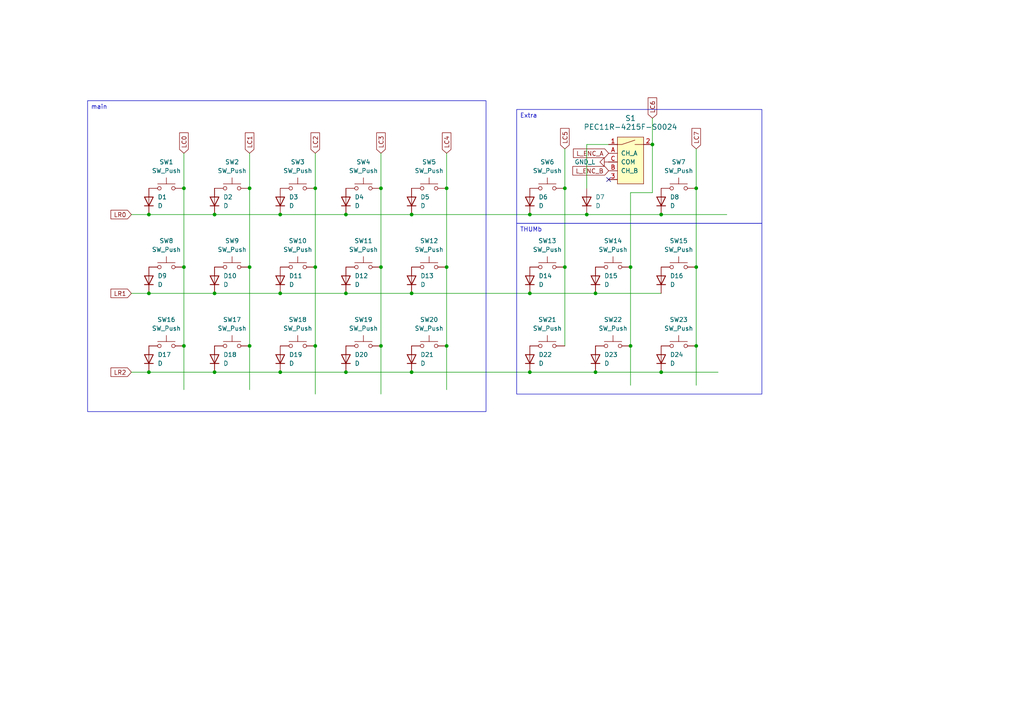
<source format=kicad_sch>
(kicad_sch (version 20231120) (generator "eeschema") (generator_version "8.0")
  (paper "A4")
  (lib_symbols
    (symbol "Device:D" (pin_numbers hide) (pin_names (offset 1.016) hide)
      (property "Reference" "D" (at 0 2.54 0))
      (property "Value" "D" (at 0 -2.54 0))
      (symbol "D_0_1"
        (polyline (pts (xy -1.27 1.27) (xy -1.27 -1.27)) (stroke (width 0.254)))
        (polyline (pts (xy 1.27 0) (xy -1.27 0)))
        (polyline (pts (xy 1.27 1.27) (xy 1.27 -1.27) (xy -1.27 0) (xy 1.27 1.27)) (stroke (width 0.254)))
      )
      (symbol "D_1_1"
        (pin passive line (at -3.81 0 0) (length 2.54) (name "K") (number "1"))
        (pin passive line (at 3.81 0 180) (length 2.54) (name "A") (number "2"))
      )
    )
    (symbol "Switch:SW_Push" (pin_numbers hide) (pin_names (offset 1.016) hide)
      (property "Reference" "SW" (at 1.27 2.54 0))
      (property "Value" "SW_Push" (at 0 -1.524 0))
      (symbol "SW_Push_0_1"
        (circle (center -2.032 0) (radius 0.508))
        (polyline (pts (xy 0 1.27) (xy 0 3.048)))
        (polyline (pts (xy 2.54 1.27) (xy -2.54 1.27)))
        (circle (center 2.032 0) (radius 0.508))
        (pin passive line (at -5.08 0 0) (length 2.54) (name "1") (number "1"))
        (pin passive line (at 5.08 0 180) (length 2.54) (name "2") (number "2"))
      )
    )
    (symbol "dk_Encoders:PEC11R-4215F-S0024" (pin_names (offset 1.016))
      (property "Reference" "S" (at -1.27 5.715 0))
      (property "Value" "PEC11R-4215F-S0024" (at -1.27 -9.906 0))
      (symbol "PEC11R-4215F-S0024_0_1"
        (rectangle (start -5.08 4.699) (end 2.54 -8.89) (fill (type background)))
        (polyline (pts (xy 0 2.54) (xy 2.54 2.54)))
        (polyline (pts (xy -5.08 2.54) (xy -3.81 2.54) (xy 0 3.81)))
      )
      (symbol "PEC11R-4215F-S0024_1_1"
        (pin bidirectional line (at -7.62 2.54 0) (length 2.54) (name "~") (number "1"))
        (pin bidirectional line (at 5.08 2.54 180) (length 2.54) (name "~") (number "2"))
        (pin unspecified line (at -7.62 -7.62 0) (length 2.54) (name "~") (number "3"))
        (pin bidirectional line (at -7.62 0 0) (length 2.54) (name "CH_A") (number "A"))
        (pin bidirectional line (at -7.62 -5.08 0) (length 2.54) (name "CH_B") (number "B"))
        (pin input line (at -7.62 -2.54 0) (length 2.54) (name "COM") (number "C"))
      )
    )
    (symbol "power:GND" (power) (pin_numbers hide) (pin_names (offset 0) hide)
      (property "Value" "GND" (at 0 -3.81 0))
      (symbol "GND_0_1"
        (polyline (pts (xy 0 0) (xy 0 -1.27) (xy 1.27 -1.27) (xy 0 -2.54) (xy -1.27 -1.27) (xy 0 -1.27)))
      )
      (symbol "GND_1_1"
        (pin power_in line (at 0 0 270) (length 0) (name "~") (number "1"))
      )
    )
  )
  (junction (at 129.54 54.61))
  (junction (at 129.54 77.47))
  (junction (at 81.28 107.95))
  (junction (at 110.49 100.33))
  (junction (at 100.33 85.09))
  (junction (at 119.38 62.23))
  (junction (at 91.44 77.47))
  (junction (at 189.23 41.91))
  (junction (at 182.88 77.47))
  (junction (at 91.44 100.33))
  (junction (at 191.77 107.95))
  (junction (at 201.93 77.47))
  (junction (at 72.39 54.61))
  (junction (at 72.39 77.47))
  (junction (at 43.18 107.95))
  (junction (at 170.18 62.23))
  (junction (at 201.93 54.61))
  (junction (at 43.18 62.23))
  (junction (at 153.67 85.09))
  (junction (at 100.33 62.23))
  (junction (at 62.23 62.23))
  (junction (at 62.23 85.09))
  (junction (at 53.34 100.33))
  (junction (at 43.18 85.09))
  (junction (at 81.28 85.09))
  (junction (at 100.33 107.95))
  (junction (at 53.34 77.47))
  (junction (at 163.83 77.47))
  (junction (at 53.34 54.61))
  (junction (at 172.72 85.09))
  (junction (at 129.54 100.33))
  (junction (at 119.38 107.95))
  (junction (at 62.23 107.95))
  (junction (at 191.77 62.23))
  (junction (at 182.88 100.33))
  (junction (at 153.67 107.95))
  (junction (at 119.38 85.09))
  (junction (at 72.39 100.33))
  (junction (at 110.49 77.47))
  (junction (at 91.44 54.61))
  (junction (at 163.83 54.61))
  (junction (at 110.49 54.61))
  (junction (at 81.28 62.23))
  (junction (at 172.72 107.95))
  (junction (at 153.67 62.23))
  (junction (at 201.93 100.33))
  (no_connect (at 176.53 52.07))
  (wire (pts (xy 72.39 54.61) (xy 72.39 77.47)))
  (wire (pts (xy 100.33 107.95) (xy 119.38 107.95)))
  (wire (pts (xy 119.38 62.23) (xy 153.67 62.23)))
  (wire (pts (xy 100.33 62.23) (xy 119.38 62.23)))
  (wire (pts (xy 100.33 85.09) (xy 119.38 85.09)))
  (wire (pts (xy 182.88 77.47) (xy 182.88 100.33)))
  (wire (pts (xy 91.44 77.47) (xy 91.44 100.33)))
  (wire (pts (xy 153.67 85.09) (xy 172.72 85.09)))
  (wire (pts (xy 43.18 62.23) (xy 62.23 62.23)))
  (wire (pts (xy 191.77 62.23) (xy 210.82 62.23)))
  (wire (pts (xy 110.49 100.33) (xy 110.49 114.3)))
  (wire (pts (xy 201.93 54.61) (xy 201.93 77.47)))
  (wire (pts (xy 189.23 41.91) (xy 189.23 55.88)))
  (wire (pts (xy 38.1 107.95) (xy 43.18 107.95)))
  (wire (pts (xy 62.23 107.95) (xy 81.28 107.95)))
  (wire (pts (xy 72.39 100.33) (xy 72.39 113.03)))
  (wire (pts (xy 72.39 44.45) (xy 72.39 54.61)))
  (wire (pts (xy 163.83 77.47) (xy 163.83 100.33)))
  (wire (pts (xy 81.28 62.23) (xy 100.33 62.23)))
  (wire (pts (xy 189.23 34.29) (xy 189.23 41.91)))
  (wire (pts (xy 110.49 44.45) (xy 110.49 54.61)))
  (wire (pts (xy 91.44 100.33) (xy 91.44 114.3)))
  (wire (pts (xy 163.83 54.61) (xy 163.83 77.47)))
  (wire (pts (xy 201.93 100.33) (xy 201.93 111.76)))
  (wire (pts (xy 129.54 100.33) (xy 129.54 113.03)))
  (wire (pts (xy 43.18 85.09) (xy 62.23 85.09)))
  (wire (pts (xy 201.93 43.18) (xy 201.93 54.61)))
  (wire (pts (xy 91.44 54.61) (xy 91.44 77.47)))
  (wire (pts (xy 62.23 85.09) (xy 81.28 85.09)))
  (wire (pts (xy 182.88 100.33) (xy 182.88 111.76)))
  (wire (pts (xy 81.28 85.09) (xy 100.33 85.09)))
  (wire (pts (xy 110.49 54.61) (xy 110.49 77.47)))
  (wire (pts (xy 153.67 62.23) (xy 170.18 62.23)))
  (wire (pts (xy 91.44 44.45) (xy 91.44 54.61)))
  (wire (pts (xy 129.54 54.61) (xy 129.54 77.47)))
  (wire (pts (xy 182.88 55.88) (xy 182.88 77.47)))
  (wire (pts (xy 191.77 107.95) (xy 208.28 107.95)))
  (wire (pts (xy 170.18 41.91) (xy 170.18 54.61)))
  (wire (pts (xy 53.34 100.33) (xy 53.34 113.03)))
  (wire (pts (xy 163.83 43.18) (xy 163.83 54.61)))
  (wire (pts (xy 110.49 77.47) (xy 110.49 100.33)))
  (wire (pts (xy 129.54 44.45) (xy 129.54 54.61)))
  (wire (pts (xy 119.38 107.95) (xy 153.67 107.95)))
  (wire (pts (xy 176.53 41.91) (xy 170.18 41.91)))
  (wire (pts (xy 119.38 85.09) (xy 153.67 85.09)))
  (wire (pts (xy 72.39 77.47) (xy 72.39 100.33)))
  (wire (pts (xy 38.1 85.09) (xy 43.18 85.09)))
  (wire (pts (xy 43.18 107.95) (xy 62.23 107.95)))
  (wire (pts (xy 38.1 62.23) (xy 43.18 62.23)))
  (wire (pts (xy 53.34 54.61) (xy 53.34 77.47)))
  (wire (pts (xy 81.28 107.95) (xy 100.33 107.95)))
  (wire (pts (xy 170.18 62.23) (xy 191.77 62.23)))
  (wire (pts (xy 172.72 107.95) (xy 191.77 107.95)))
  (wire (pts (xy 153.67 107.95) (xy 172.72 107.95)))
  (wire (pts (xy 129.54 77.47) (xy 129.54 100.33)))
  (wire (pts (xy 53.34 44.45) (xy 53.34 54.61)))
  (wire (pts (xy 201.93 77.47) (xy 201.93 100.33)))
  (wire (pts (xy 189.23 55.88) (xy 182.88 55.88)))
  (wire (pts (xy 62.23 62.23) (xy 81.28 62.23)))
  (wire (pts (xy 172.72 85.09) (xy 191.77 85.09)))
  (wire (pts (xy 53.34 77.47) (xy 53.34 100.33)))
  (text_box "THUMb" (at 149.86 64.77 0) (size 71.12 49.53) (effects (font (size 1.27 1.27)) (justify left top)))
  (text_box "main" (at 25.4 29.21 0) (size 115.57 90.17) (effects (font (size 1.27 1.27)) (justify left top)))
  (text_box "Extra" (at 149.86 31.75 0) (size 71.12 33.02) (effects (font (size 1.27 1.27)) (justify left top)))
  (global_label "LR2" (shape input) (at 38.1 107.95 180) (property "Intersheetrefs" "${INTERSHEET_REFS}" (effects (hide yes))))
  (global_label "L_ENC_A" (shape input) (at 176.53 44.45 180) (property "Intersheetrefs" "${INTERSHEET_REFS}" (effects (hide yes))))
  (global_label "LC6" (shape input) (at 189.23 34.29 90) (property "Intersheetrefs" "${INTERSHEET_REFS}" (effects (hide yes))))
  (global_label "LC5" (shape input) (at 163.83 43.18 90) (property "Intersheetrefs" "${INTERSHEET_REFS}" (effects (hide yes))))
  (global_label "LC7" (shape input) (at 201.93 43.18 90) (property "Intersheetrefs" "${INTERSHEET_REFS}" (effects (hide yes))))
  (global_label "L_ENC_B" (shape input) (at 176.53 49.53 180) (property "Intersheetrefs" "${INTERSHEET_REFS}" (effects (hide yes))))
  (global_label "LR0" (shape input) (at 38.1 62.23 180) (property "Intersheetrefs" "${INTERSHEET_REFS}" (effects (hide yes))))
  (global_label "LC2" (shape input) (at 91.44 44.45 90) (property "Intersheetrefs" "${INTERSHEET_REFS}" (effects (hide yes))))
  (global_label "LC4" (shape input) (at 129.54 44.45 90) (property "Intersheetrefs" "${INTERSHEET_REFS}" (effects (hide yes))))
  (global_label "LR1" (shape input) (at 38.1 85.09 180) (property "Intersheetrefs" "${INTERSHEET_REFS}" (effects (hide yes))))
  (global_label "LC3" (shape input) (at 110.49 44.45 90) (property "Intersheetrefs" "${INTERSHEET_REFS}" (effects (hide yes))))
  (global_label "LC0" (shape input) (at 53.34 44.45 90) (property "Intersheetrefs" "${INTERSHEET_REFS}" (effects (hide yes))))
  (global_label "LC1" (shape input) (at 72.39 44.45 90) (property "Intersheetrefs" "${INTERSHEET_REFS}" (effects (hide yes))))
  (symbol (lib_id "Switch:SW_Push") (at 124.46 77.47 0) (unit 1)
    (property "Reference" "SW12" (at 124.46 69.85 0))
    (property "Value" "SW_Push" (at 124.46 72.39 0))
    (property "Footprint" "PCM_Switch_Keyboard_Hotswap_Kailh:SW_Hotswap_Kailh_Choc_V1V2_1.00u" (effects (hide yes)))
    (property "Description" "Push button switch, generic, two pins" (effects (hide yes)))
  )
  (symbol (lib_id "Switch:SW_Push") (at 48.26 100.33 0) (unit 1)
    (property "Reference" "SW16" (at 48.26 92.71 0))
    (property "Value" "SW_Push" (at 48.26 95.25 0))
    (property "Footprint" "PCM_Switch_Keyboard_Hotswap_Kailh:SW_Hotswap_Kailh_Choc_V1V2_1.00u" (effects (hide yes)))
    (property "Description" "Push button switch, generic, two pins" (effects (hide yes)))
  )
  (symbol (lib_id "Device:D") (at 100.33 81.28 90) (unit 1)
    (property "Reference" "D12" (at 102.87 80.0099 90) (effects (justify right)))
    (property "Value" "D" (at 102.87 82.5499 90) (effects (justify right)))
    (property "Footprint" "Diode_SMD:D_SOD-123" (effects (hide yes)))
    (property "Description" "Diode" (effects (hide yes)))
    (property "Sim.Device" "D" (effects (hide yes)))
    (property "Sim.Pins" "1=K 2=A" (effects (hide yes)))
  )
  (symbol (lib_id "Switch:SW_Push") (at 196.85 54.61 0) (unit 1)
    (property "Reference" "SW7" (at 196.85 46.99 0))
    (property "Value" "SW_Push" (at 196.85 49.53 0))
    (property "Footprint" "Button_Switch_THT:SW_SPST_Omron_B3F-40xx" (effects (hide yes)))
    (property "Description" "Push button switch, generic, two pins" (effects (hide yes)))
  )
  (symbol (lib_id "dk_Encoders:PEC11R-4215F-S0024") (at 184.15 44.45 0) (unit 1)
    (property "Reference" "S1" (at 182.88 34.29 0) (effects (font (size 1.524 1.524))))
    (property "Value" "PEC11R-4215F-S0024" (at 182.88 36.83 0) (effects (font (size 1.524 1.524))))
    (property "Footprint" "digikey-footprints:Rotary_Encoder_Switched_PEC11R" (effects (hide yes)))
    (property "Datasheet" "https://www.bourns.com/docs/Product-Datasheets/PEC11R.pdf" (effects (hide yes)))
    (property "Description" "ROTARY ENCODER MECHANICAL 24PPR" (effects (hide yes)))
    (property "Digi-Key_PN" "PEC11R-4215F-S0024-ND" (effects (hide yes)))
    (property "MPN" "PEC11R-4215F-S0024" (effects (hide yes)))
    (property "Category" "Sensors, Transducers" (effects (hide yes)))
    (property "Family" "Encoders" (effects (hide yes)))
    (property "DK_Datasheet_Link" "https://www.bourns.com/docs/Product-Datasheets/PEC11R.pdf" (effects (hide yes)))
    (property "DK_Detail_Page" "/product-detail/en/bourns-inc/PEC11R-4215F-S0024/PEC11R-4215F-S0024-ND/4499665" (effects (hide yes)))
    (property "Description_1" "ROTARY ENCODER MECHANICAL 24PPR" (effects (hide yes)))
    (property "Manufacturer" "Bourns Inc." (effects (hide yes)))
    (property "Status" "Active" (effects (hide yes)))
  )
  (symbol (lib_id "Device:D") (at 119.38 81.28 90) (unit 1)
    (property "Reference" "D13" (at 121.92 80.0099 90) (effects (justify right)))
    (property "Value" "D" (at 121.92 82.5499 90) (effects (justify right)))
    (property "Footprint" "Diode_SMD:D_SOD-123" (effects (hide yes)))
    (property "Description" "Diode" (effects (hide yes)))
    (property "Sim.Device" "D" (effects (hide yes)))
    (property "Sim.Pins" "1=K 2=A" (effects (hide yes)))
  )
  (symbol (lib_id "Switch:SW_Push") (at 67.31 77.47 0) (unit 1)
    (property "Reference" "SW9" (at 67.31 69.85 0))
    (property "Value" "SW_Push" (at 67.31 72.39 0))
    (property "Footprint" "PCM_Switch_Keyboard_Hotswap_Kailh:SW_Hotswap_Kailh_Choc_V1V2_1.00u" (effects (hide yes)))
    (property "Description" "Push button switch, generic, two pins" (effects (hide yes)))
  )
  (symbol (lib_id "Device:D") (at 191.77 104.14 90) (unit 1)
    (property "Reference" "D24" (at 194.31 102.8699 90) (effects (justify right)))
    (property "Value" "D" (at 194.31 105.4099 90) (effects (justify right)))
    (property "Footprint" "Diode_SMD:D_SOD-123" (effects (hide yes)))
    (property "Description" "Diode" (effects (hide yes)))
    (property "Sim.Device" "D" (effects (hide yes)))
    (property "Sim.Pins" "1=K 2=A" (effects (hide yes)))
  )
  (symbol (lib_id "Device:D") (at 172.72 104.14 90) (unit 1)
    (property "Reference" "D23" (at 175.26 102.8699 90) (effects (justify right)))
    (property "Value" "D" (at 175.26 105.4099 90) (effects (justify right)))
    (property "Footprint" "Diode_SMD:D_SOD-123" (effects (hide yes)))
    (property "Description" "Diode" (effects (hide yes)))
    (property "Sim.Device" "D" (effects (hide yes)))
    (property "Sim.Pins" "1=K 2=A" (effects (hide yes)))
  )
  (symbol (lib_id "Switch:SW_Push") (at 86.36 77.47 0) (unit 1)
    (property "Reference" "SW10" (at 86.36 69.85 0))
    (property "Value" "SW_Push" (at 86.36 72.39 0))
    (property "Footprint" "PCM_Switch_Keyboard_Hotswap_Kailh:SW_Hotswap_Kailh_Choc_V1V2_1.00u" (effects (hide yes)))
    (property "Description" "Push button switch, generic, two pins" (effects (hide yes)))
  )
  (symbol (lib_id "Device:D") (at 100.33 58.42 90) (unit 1)
    (property "Reference" "D4" (at 102.87 57.1499 90) (effects (justify right)))
    (property "Value" "D" (at 102.87 59.6899 90) (effects (justify right)))
    (property "Footprint" "Diode_SMD:D_SOD-123" (effects (hide yes)))
    (property "Description" "Diode" (effects (hide yes)))
    (property "Sim.Device" "D" (effects (hide yes)))
    (property "Sim.Pins" "1=K 2=A" (effects (hide yes)))
  )
  (symbol (lib_id "Device:D") (at 62.23 58.42 90) (unit 1)
    (property "Reference" "D2" (at 64.77 57.1499 90) (effects (justify right)))
    (property "Value" "D" (at 64.77 59.6899 90) (effects (justify right)))
    (property "Footprint" "Diode_SMD:D_SOD-123" (effects (hide yes)))
    (property "Description" "Diode" (effects (hide yes)))
    (property "Sim.Device" "D" (effects (hide yes)))
    (property "Sim.Pins" "1=K 2=A" (effects (hide yes)))
  )
  (symbol (lib_id "Switch:SW_Push") (at 196.85 77.47 0) (unit 1)
    (property "Reference" "SW15" (at 196.85 69.85 0))
    (property "Value" "SW_Push" (at 196.85 72.39 0))
    (property "Footprint" "PCM_Switch_Keyboard_Hotswap_Kailh:SW_Hotswap_Kailh_Choc_V1V2_1.00u" (effects (hide yes)))
    (property "Description" "Push button switch, generic, two pins" (effects (hide yes)))
  )
  (symbol (lib_id "Switch:SW_Push") (at 67.31 100.33 0) (unit 1)
    (property "Reference" "SW17" (at 67.31 92.71 0))
    (property "Value" "SW_Push" (at 67.31 95.25 0))
    (property "Footprint" "PCM_Switch_Keyboard_Hotswap_Kailh:SW_Hotswap_Kailh_Choc_V1V2_1.00u" (effects (hide yes)))
    (property "Description" "Push button switch, generic, two pins" (effects (hide yes)))
  )
  (symbol (lib_id "Device:D") (at 119.38 104.14 90) (unit 1)
    (property "Reference" "D21" (at 121.92 102.8699 90) (effects (justify right)))
    (property "Value" "D" (at 121.92 105.4099 90) (effects (justify right)))
    (property "Footprint" "Diode_SMD:D_SOD-123" (effects (hide yes)))
    (property "Description" "Diode" (effects (hide yes)))
    (property "Sim.Device" "D" (effects (hide yes)))
    (property "Sim.Pins" "1=K 2=A" (effects (hide yes)))
  )
  (symbol (lib_id "Switch:SW_Push") (at 48.26 54.61 0) (unit 1)
    (property "Reference" "SW1" (at 48.26 46.99 0))
    (property "Value" "SW_Push" (at 48.26 49.53 0))
    (property "Footprint" "PCM_Switch_Keyboard_Hotswap_Kailh:SW_Hotswap_Kailh_Choc_V1V2_1.00u" (effects (hide yes)))
    (property "Description" "Push button switch, generic, two pins" (effects (hide yes)))
  )
  (symbol (lib_id "Device:D") (at 153.67 81.28 90) (unit 1)
    (property "Reference" "D14" (at 156.21 80.0099 90) (effects (justify right)))
    (property "Value" "D" (at 156.21 82.5499 90) (effects (justify right)))
    (property "Footprint" "Diode_SMD:D_SOD-123" (effects (hide yes)))
    (property "Description" "Diode" (effects (hide yes)))
    (property "Sim.Device" "D" (effects (hide yes)))
    (property "Sim.Pins" "1=K 2=A" (effects (hide yes)))
  )
  (symbol (lib_id "Switch:SW_Push") (at 158.75 100.33 0) (unit 1)
    (property "Reference" "SW21" (at 158.75 92.71 0))
    (property "Value" "SW_Push" (at 158.75 95.25 0))
    (property "Footprint" "PCM_Switch_Keyboard_Hotswap_Kailh:SW_Hotswap_Kailh_Choc_V1V2_1.00u" (effects (hide yes)))
    (property "Description" "Push button switch, generic, two pins" (effects (hide yes)))
  )
  (symbol (lib_id "Device:D") (at 81.28 104.14 90) (unit 1)
    (property "Reference" "D19" (at 83.82 102.8699 90) (effects (justify right)))
    (property "Value" "D" (at 83.82 105.4099 90) (effects (justify right)))
    (property "Footprint" "Diode_SMD:D_SOD-123" (effects (hide yes)))
    (property "Description" "Diode" (effects (hide yes)))
    (property "Sim.Device" "D" (effects (hide yes)))
    (property "Sim.Pins" "1=K 2=A" (effects (hide yes)))
  )
  (symbol (lib_id "Device:D") (at 81.28 58.42 90) (unit 1)
    (property "Reference" "D3" (at 83.82 57.1499 90) (effects (justify right)))
    (property "Value" "D" (at 83.82 59.6899 90) (effects (justify right)))
    (property "Footprint" "Diode_SMD:D_SOD-123" (effects (hide yes)))
    (property "Description" "Diode" (effects (hide yes)))
    (property "Sim.Device" "D" (effects (hide yes)))
    (property "Sim.Pins" "1=K 2=A" (effects (hide yes)))
  )
  (symbol (lib_id "Switch:SW_Push") (at 105.41 100.33 0) (unit 1)
    (property "Reference" "SW19" (at 105.41 92.71 0))
    (property "Value" "SW_Push" (at 105.41 95.25 0))
    (property "Footprint" "PCM_Switch_Keyboard_Hotswap_Kailh:SW_Hotswap_Kailh_Choc_V1V2_1.00u" (effects (hide yes)))
    (property "Description" "Push button switch, generic, two pins" (effects (hide yes)))
  )
  (symbol (lib_id "Switch:SW_Push") (at 158.75 77.47 0) (unit 1)
    (property "Reference" "SW13" (at 158.75 69.85 0))
    (property "Value" "SW_Push" (at 158.75 72.39 0))
    (property "Footprint" "PCM_Switch_Keyboard_Hotswap_Kailh:SW_Hotswap_Kailh_Choc_V1V2_1.00u" (effects (hide yes)))
    (property "Description" "Push button switch, generic, two pins" (effects (hide yes)))
  )
  (symbol (lib_id "Switch:SW_Push") (at 86.36 54.61 0) (unit 1)
    (property "Reference" "SW3" (at 86.36 46.99 0))
    (property "Value" "SW_Push" (at 86.36 49.53 0))
    (property "Footprint" "PCM_Switch_Keyboard_Hotswap_Kailh:SW_Hotswap_Kailh_Choc_V1V2_1.00u" (effects (hide yes)))
    (property "Description" "Push button switch, generic, two pins" (effects (hide yes)))
  )
  (symbol (lib_id "Device:D") (at 100.33 104.14 90) (unit 1)
    (property "Reference" "D20" (at 102.87 102.8699 90) (effects (justify right)))
    (property "Value" "D" (at 102.87 105.4099 90) (effects (justify right)))
    (property "Footprint" "Diode_SMD:D_SOD-123" (effects (hide yes)))
    (property "Description" "Diode" (effects (hide yes)))
    (property "Sim.Device" "D" (effects (hide yes)))
    (property "Sim.Pins" "1=K 2=A" (effects (hide yes)))
  )
  (symbol (lib_id "Device:D") (at 153.67 58.42 90) (unit 1)
    (property "Reference" "D6" (at 156.21 57.1499 90) (effects (justify right)))
    (property "Value" "D" (at 156.21 59.6899 90) (effects (justify right)))
    (property "Footprint" "Diode_SMD:D_SOD-123" (effects (hide yes)))
    (property "Description" "Diode" (effects (hide yes)))
    (property "Sim.Device" "D" (effects (hide yes)))
    (property "Sim.Pins" "1=K 2=A" (effects (hide yes)))
  )
  (symbol (lib_id "Device:D") (at 153.67 104.14 90) (unit 1)
    (property "Reference" "D22" (at 156.21 102.8699 90) (effects (justify right)))
    (property "Value" "D" (at 156.21 105.4099 90) (effects (justify right)))
    (property "Footprint" "Diode_SMD:D_SOD-123" (effects (hide yes)))
    (property "Description" "Diode" (effects (hide yes)))
    (property "Sim.Device" "D" (effects (hide yes)))
    (property "Sim.Pins" "1=K 2=A" (effects (hide yes)))
  )
  (symbol (lib_id "Device:D") (at 81.28 81.28 90) (unit 1)
    (property "Reference" "D11" (at 83.82 80.0099 90) (effects (justify right)))
    (property "Value" "D" (at 83.82 82.5499 90) (effects (justify right)))
    (property "Footprint" "Diode_SMD:D_SOD-123" (effects (hide yes)))
    (property "Description" "Diode" (effects (hide yes)))
    (property "Sim.Device" "D" (effects (hide yes)))
    (property "Sim.Pins" "1=K 2=A" (effects (hide yes)))
  )
  (symbol (lib_id "Device:D") (at 43.18 81.28 90) (unit 1)
    (property "Reference" "D9" (at 45.72 80.0099 90) (effects (justify right)))
    (property "Value" "D" (at 45.72 82.5499 90) (effects (justify right)))
    (property "Footprint" "Diode_SMD:D_SOD-123" (effects (hide yes)))
    (property "Description" "Diode" (effects (hide yes)))
    (property "Sim.Device" "D" (effects (hide yes)))
    (property "Sim.Pins" "1=K 2=A" (effects (hide yes)))
  )
  (symbol (lib_id "Switch:SW_Push") (at 158.75 54.61 0) (unit 1)
    (property "Reference" "SW6" (at 158.75 46.99 0))
    (property "Value" "SW_Push" (at 158.75 49.53 0))
    (property "Footprint" "Button_Switch_THT:SW_SPST_Omron_B3F-40xx" (effects (hide yes)))
    (property "Description" "Push button switch, generic, two pins" (effects (hide yes)))
  )
  (symbol (lib_id "Switch:SW_Push") (at 86.36 100.33 0) (unit 1)
    (property "Reference" "SW18" (at 86.36 92.71 0))
    (property "Value" "SW_Push" (at 86.36 95.25 0))
    (property "Footprint" "PCM_Switch_Keyboard_Hotswap_Kailh:SW_Hotswap_Kailh_Choc_V1V2_1.00u" (effects (hide yes)))
    (property "Description" "Push button switch, generic, two pins" (effects (hide yes)))
  )
  (symbol (lib_id "Device:D") (at 43.18 58.42 90) (unit 1)
    (property "Reference" "D1" (at 45.72 57.1499 90) (effects (justify right)))
    (property "Value" "D" (at 45.72 59.6899 90) (effects (justify right)))
    (property "Footprint" "Diode_SMD:D_SOD-123" (effects (hide yes)))
    (property "Description" "Diode" (effects (hide yes)))
    (property "Sim.Device" "D" (effects (hide yes)))
    (property "Sim.Pins" "1=K 2=A" (effects (hide yes)))
  )
  (symbol (lib_id "Device:D") (at 170.18 58.42 90) (unit 1)
    (property "Reference" "D7" (at 172.72 57.1499 90) (effects (justify right)))
    (property "Value" "D" (at 172.72 59.6899 90) (effects (justify right)))
    (property "Footprint" "Diode_SMD:D_SOD-123" (effects (hide yes)))
    (property "Description" "Diode" (effects (hide yes)))
    (property "Sim.Device" "D" (effects (hide yes)))
    (property "Sim.Pins" "1=K 2=A" (effects (hide yes)))
  )
  (symbol (lib_id "Switch:SW_Push") (at 196.85 100.33 0) (unit 1)
    (property "Reference" "SW23" (at 196.85 92.71 0))
    (property "Value" "SW_Push" (at 196.85 95.25 0))
    (property "Footprint" "PCM_Switch_Keyboard_Hotswap_Kailh:SW_Hotswap_Kailh_Choc_V1V2_1.00u" (effects (hide yes)))
    (property "Description" "Push button switch, generic, two pins" (effects (hide yes)))
  )
  (symbol (lib_id "Device:D") (at 191.77 81.28 90) (unit 1)
    (property "Reference" "D16" (at 194.31 80.0099 90) (effects (justify right)))
    (property "Value" "D" (at 194.31 82.5499 90) (effects (justify right)))
    (property "Footprint" "Diode_SMD:D_SOD-123" (effects (hide yes)))
    (property "Description" "Diode" (effects (hide yes)))
    (property "Sim.Device" "D" (effects (hide yes)))
    (property "Sim.Pins" "1=K 2=A" (effects (hide yes)))
  )
  (symbol (lib_id "Device:D") (at 43.18 104.14 90) (unit 1)
    (property "Reference" "D17" (at 45.72 102.8699 90) (effects (justify right)))
    (property "Value" "D" (at 45.72 105.4099 90) (effects (justify right)))
    (property "Footprint" "Diode_SMD:D_SOD-123" (effects (hide yes)))
    (property "Description" "Diode" (effects (hide yes)))
    (property "Sim.Device" "D" (effects (hide yes)))
    (property "Sim.Pins" "1=K 2=A" (effects (hide yes)))
  )
  (symbol (lib_id "Switch:SW_Push") (at 105.41 77.47 0) (unit 1)
    (property "Reference" "SW11" (at 105.41 69.85 0))
    (property "Value" "SW_Push" (at 105.41 72.39 0))
    (property "Footprint" "PCM_Switch_Keyboard_Hotswap_Kailh:SW_Hotswap_Kailh_Choc_V1V2_1.00u" (effects (hide yes)))
    (property "Description" "Push button switch, generic, two pins" (effects (hide yes)))
  )
  (symbol (lib_id "Switch:SW_Push") (at 177.8 100.33 0) (unit 1)
    (property "Reference" "SW22" (at 177.8 92.71 0))
    (property "Value" "SW_Push" (at 177.8 95.25 0))
    (property "Footprint" "PCM_Switch_Keyboard_Hotswap_Kailh:SW_Hotswap_Kailh_Choc_V1V2_1.00u" (effects (hide yes)))
    (property "Description" "Push button switch, generic, two pins" (effects (hide yes)))
  )
  (symbol (lib_id "Device:D") (at 62.23 81.28 90) (unit 1)
    (property "Reference" "D10" (at 64.77 80.0099 90) (effects (justify right)))
    (property "Value" "D" (at 64.77 82.5499 90) (effects (justify right)))
    (property "Footprint" "Diode_SMD:D_SOD-123" (effects (hide yes)))
    (property "Description" "Diode" (effects (hide yes)))
    (property "Sim.Device" "D" (effects (hide yes)))
    (property "Sim.Pins" "1=K 2=A" (effects (hide yes)))
  )
  (symbol (lib_id "Device:D") (at 172.72 81.28 90) (unit 1)
    (property "Reference" "D15" (at 175.26 80.0099 90) (effects (justify right)))
    (property "Value" "D" (at 175.26 82.5499 90) (effects (justify right)))
    (property "Footprint" "Diode_SMD:D_SOD-123" (effects (hide yes)))
    (property "Description" "Diode" (effects (hide yes)))
    (property "Sim.Device" "D" (effects (hide yes)))
    (property "Sim.Pins" "1=K 2=A" (effects (hide yes)))
  )
  (symbol (lib_id "power:GND") (at 176.53 46.99 270) (unit 1)
    (property "Reference" "#PWR010" (effects (hide yes)))
    (property "Value" "GND_L" (at 172.72 46.9899 90) (effects (justify right)))
    (property "Description" "Power symbol creates a global label with name \"GND\" , ground" (effects (hide yes)))
  )
  (symbol (lib_id "Switch:SW_Push") (at 124.46 100.33 0) (unit 1)
    (property "Reference" "SW20" (at 124.46 92.71 0))
    (property "Value" "SW_Push" (at 124.46 95.25 0))
    (property "Footprint" "PCM_Switch_Keyboard_Hotswap_Kailh:SW_Hotswap_Kailh_Choc_V1V2_1.00u" (effects (hide yes)))
    (property "Description" "Push button switch, generic, two pins" (effects (hide yes)))
  )
  (symbol (lib_id "Device:D") (at 119.38 58.42 90) (unit 1)
    (property "Reference" "D5" (at 121.92 57.1499 90) (effects (justify right)))
    (property "Value" "D" (at 121.92 59.6899 90) (effects (justify right)))
    (property "Footprint" "Diode_SMD:D_SOD-123" (effects (hide yes)))
    (property "Description" "Diode" (effects (hide yes)))
    (property "Sim.Device" "D" (effects (hide yes)))
    (property "Sim.Pins" "1=K 2=A" (effects (hide yes)))
  )
  (symbol (lib_id "Device:D") (at 62.23 104.14 90) (unit 1)
    (property "Reference" "D18" (at 64.77 102.8699 90) (effects (justify right)))
    (property "Value" "D" (at 64.77 105.4099 90) (effects (justify right)))
    (property "Footprint" "Diode_SMD:D_SOD-123" (effects (hide yes)))
    (property "Description" "Diode" (effects (hide yes)))
    (property "Sim.Device" "D" (effects (hide yes)))
    (property "Sim.Pins" "1=K 2=A" (effects (hide yes)))
  )
  (symbol (lib_id "Switch:SW_Push") (at 105.41 54.61 0) (unit 1)
    (property "Reference" "SW4" (at 105.41 46.99 0))
    (property "Value" "SW_Push" (at 105.41 49.53 0))
    (property "Footprint" "PCM_Switch_Keyboard_Hotswap_Kailh:SW_Hotswap_Kailh_Choc_V1V2_1.00u" (effects (hide yes)))
    (property "Description" "Push button switch, generic, two pins" (effects (hide yes)))
  )
  (symbol (lib_id "Switch:SW_Push") (at 48.26 77.47 0) (unit 1)
    (property "Reference" "SW8" (at 48.26 69.85 0))
    (property "Value" "SW_Push" (at 48.26 72.39 0))
    (property "Footprint" "PCM_Switch_Keyboard_Hotswap_Kailh:SW_Hotswap_Kailh_Choc_V1V2_1.00u" (effects (hide yes)))
    (property "Description" "Push button switch, generic, two pins" (effects (hide yes)))
  )
  (symbol (lib_id "Device:D") (at 191.77 58.42 90) (unit 1)
    (property "Reference" "D8" (at 194.31 57.1499 90) (effects (justify right)))
    (property "Value" "D" (at 194.31 59.6899 90) (effects (justify right)))
    (property "Footprint" "Diode_SMD:D_SOD-123" (effects (hide yes)))
    (property "Description" "Diode" (effects (hide yes)))
    (property "Sim.Device" "D" (effects (hide yes)))
    (property "Sim.Pins" "1=K 2=A" (effects (hide yes)))
  )
  (symbol (lib_id "Switch:SW_Push") (at 124.46 54.61 0) (unit 1)
    (property "Reference" "SW5" (at 124.46 46.99 0))
    (property "Value" "SW_Push" (at 124.46 49.53 0))
    (property "Footprint" "PCM_Switch_Keyboard_Hotswap_Kailh:SW_Hotswap_Kailh_Choc_V1V2_1.00u" (effects (hide yes)))
    (property "Description" "Push button switch, generic, two pins" (effects (hide yes)))
  )
  (symbol (lib_id "Switch:SW_Push") (at 67.31 54.61 0) (unit 1)
    (property "Reference" "SW2" (at 67.31 46.99 0))
    (property "Value" "SW_Push" (at 67.31 49.53 0))
    (property "Footprint" "PCM_Switch_Keyboard_Hotswap_Kailh:SW_Hotswap_Kailh_Choc_V1V2_1.00u" (effects (hide yes)))
    (property "Description" "Push button switch, generic, two pins" (effects (hide yes)))
  )
  (symbol (lib_id "Switch:SW_Push") (at 177.8 77.47 0) (unit 1)
    (property "Reference" "SW14" (at 177.8 69.85 0))
    (property "Value" "SW_Push" (at 177.8 72.39 0))
    (property "Footprint" "PCM_Switch_Keyboard_Hotswap_Kailh:SW_Hotswap_Kailh_Choc_V1V2_1.00u" (effects (hide yes)))
    (property "Description" "Push button switch, generic, two pins" (effects (hide yes)))
  )
)
</source>
